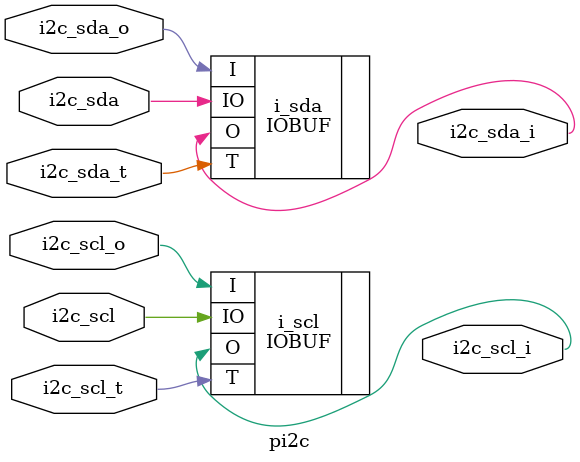
<source format=v>

module pi2c (/*AUTOARG*/
   // Outputs
   i2c_sda_i, i2c_scl_i,
   // Inouts
   i2c_sda, i2c_scl,
   // Inputs
   i2c_sda_o, i2c_sda_t, i2c_scl_o, i2c_scl_t
   );

   parameter PORTABLE = 0;
      
   input  i2c_sda_o;
   input  i2c_sda_t;
   output i2c_sda_i;
   
   input  i2c_scl_o;
   input  i2c_scl_t;
   output i2c_scl_i;
   
   inout  i2c_sda;
   inout  i2c_scl;
   
   generate /*
      if(PORTABLE==1) begin
	 wire   i2c_sda = i2c_sda_t ? 1'bz: i2c_sda_o;
	 wire   i2c_sda_i = i2c_sda;
	 
	 wire   i2c_scl = i2c_scl_t ? 1'bz : i2c_scl_o;
	 wire   i2c_scl_i = i2c_scl;
      end
      else 
	begin */
	   IOBUF #(
		   .DRIVE(8),              // Specify the output drive strength
		   .IBUF_LOW_PWR("TRUE"),  // Low Power - "TRUE", High Performance = "FALSE" 
		   .IOSTANDARD("DEFAULT"), // Specify the I/O standard
		   .SLEW("SLOW")           // Specify the output slew rate
		   ) i_sda (
			    .O(i2c_sda_i),  // Buffer output
			    .IO(i2c_sda),   // Buffer inout port (connect directly to top-level port)
			    .I(i2c_sda_o),  // Buffer input
			    .T(i2c_sda_t)   // 3-state enable input, high=input, low=output
			    );
	   
	   IOBUF #(
		   .DRIVE(8),
		   .IBUF_LOW_PWR("TRUE"),
		   .IOSTANDARD("DEFAULT"),
		   .SLEW("SLOW")   
		   ) i_scl (
			    .O(i2c_scl_i),
			    .IO(i2c_scl), 
			    .I(i2c_scl_o),
			    .T(i2c_scl_t) 
			    );
	/* end */
   endgenerate
      
endmodule // pi2c

</source>
